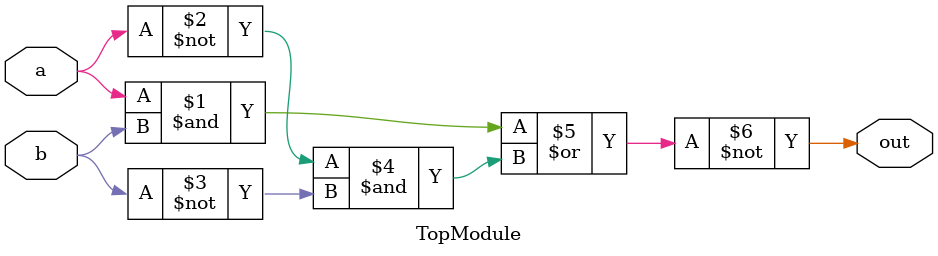
<source format=sv>


module TopModule (
  input a,
  input b,
  output out
);

assign out = ~((a & b) | (~a & ~b));
endmodule

</source>
